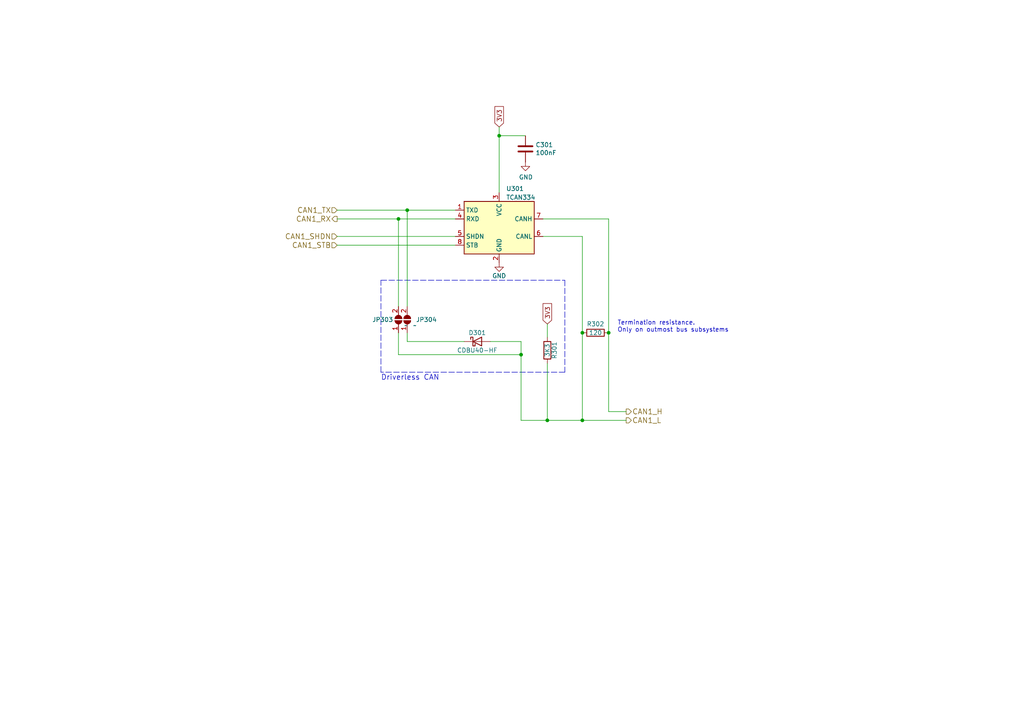
<source format=kicad_sch>
(kicad_sch (version 20211123) (generator eeschema)
  (paper "A4")
  (title_block (title "SIDLOC - MCU - CAN") (date "2022-03-11") (company "Libre Space Foundation"))
  (lib_symbols
    (symbol "Device:C" (pin_numbers hide) (pin_names (offset 0.254))
      (property "Reference" "C" (at 0.635 2.54 0))
      (property "Value" "C" (at 0.635 -2.54 0))
      (symbol "C_0_1"
        (polyline (pts (xy -2.032 -0.762) (xy 2.032 -0.762)) (stroke (width 0.508)))
        (polyline (pts (xy -2.032 0.762) (xy 2.032 0.762)) (stroke (width 0.508)))
      )
      (symbol "C_1_1"
        (pin passive line (at 0 3.81 270) (length 2.794) (name "~") (number "1"))
        (pin passive line (at 0 -3.81 90) (length 2.794) (name "~") (number "2"))
      )
    )
    (symbol "Device:R" (pin_numbers hide) (pin_names (offset 0))
      (property "Reference" "R" (at 2.032 0 90))
      (property "Value" "R" (at 0 0 90))
      (symbol "R_0_1"
        (rectangle (start -1.016 -2.54) (end 1.016 2.54) (stroke (width 0.254)))
      )
      (symbol "R_1_1"
        (pin passive line (at 0 3.81 270) (length 1.27) (name "~") (number "1"))
        (pin passive line (at 0 -3.81 90) (length 1.27) (name "~") (number "2"))
      )
    )
    (symbol "Interface_CAN_LIN:TCAN334"
      (property "Reference" "U" (at -10.16 8.89 0))
      (property "Value" "TCAN334" (at 2.54 8.89 0))
      (symbol "TCAN334_0_1"
        (rectangle (start -10.16 7.62) (end 10.16 -7.62) (stroke (width 0.254)) (fill (type background)))
      )
      (symbol "TCAN334_1_1"
        (pin input line (at -12.7 5.08 0) (length 2.54) (name "TXD") (number "1"))
        (pin power_in line (at 0 -10.16 90) (length 2.54) (name "GND") (number "2"))
        (pin power_in line (at 0 10.16 270) (length 2.54) (name "VCC") (number "3"))
        (pin tri_state line (at -12.7 2.54 0) (length 2.54) (name "RXD") (number "4"))
        (pin input line (at -12.7 -2.54 0) (length 2.54) (name "SHDN") (number "5"))
        (pin bidirectional line (at 12.7 -2.54 180) (length 2.54) (name "CANL") (number "6"))
        (pin bidirectional line (at 12.7 2.54 180) (length 2.54) (name "CANH") (number "7"))
        (pin input line (at -12.7 -5.08 0) (length 2.54) (name "STB") (number "8"))
      )
    )
    (symbol "Jumper:SolderJumper_2_Open" (pin_names (offset 0) hide)
      (property "Reference" "JP" (at 0 2.032 0))
      (property "Value" "SolderJumper_2_Open" (at 0 -2.54 0))
      (symbol "SolderJumper_2_Open_0_1"
        (arc (start -0.254 1.016) (mid -1.27 0) (end -0.254 -1.016))
        (arc (start -0.254 1.016) (mid -1.27 0) (end -0.254 -1.016) (fill (type outline)))
        (polyline (pts (xy -0.254 1.016) (xy -0.254 -1.016)))
        (polyline (pts (xy 0.254 1.016) (xy 0.254 -1.016)))
        (arc (start 0.254 -1.016) (mid 1.27 0) (end 0.254 1.016))
        (arc (start 0.254 -1.016) (mid 1.27 0) (end 0.254 1.016) (fill (type outline)))
      )
      (symbol "SolderJumper_2_Open_1_1"
        (pin passive line (at -3.81 0 0) (length 2.54) (name "A") (number "1"))
        (pin passive line (at 3.81 0 180) (length 2.54) (name "B") (number "2"))
      )
    )
    (symbol "lsf-kicad:CDBU40-HF" (pin_numbers hide) (pin_names hide)
      (property "Reference" "D" (at 0.3175 6.35 0))
      (property "Value" "CDBU40-HF" (at 0.3175 3.81 0))
      (symbol "CDBU40-HF_0_1"
        (polyline (pts (xy 1.27 0) (xy -1.27 0)))
        (polyline (pts (xy 1.27 1.27) (xy 1.27 -1.27) (xy -1.27 0) (xy 1.27 1.27)) (stroke (width 0.254)))
        (polyline (pts (xy -1.905 0.635) (xy -1.905 1.27) (xy -1.27 1.27) (xy -1.27 -1.27) (xy -0.635 -1.27) (xy -0.635 -0.635)) (stroke (width 0.254)))
      )
      (symbol "CDBU40-HF_1_1"
        (pin passive line (at -3.81 0 0) (length 2.54) (name "K") (number "1"))
        (pin passive line (at 3.81 0 180) (length 2.54) (name "A") (number "2"))
      )
    )
    (symbol "power:GND" (power) (pin_names (offset 0))
      (property "Value" "GND" (at 0 -3.81 0))
      (symbol "GND_0_1"
        (polyline (pts (xy 0 0) (xy 0 -1.27) (xy 1.27 -1.27) (xy 0 -2.54) (xy -1.27 -1.27) (xy 0 -1.27)))
      )
      (symbol "GND_1_1"
        (pin power_in line (at 0 0 270) (length 0) hide (name "GND") (number "1"))
      )
    )
  )
  (junction (at 168.91 121.92))
  (junction (at 118.11 60.96))
  (junction (at 115.57 63.5))
  (junction (at 144.78 39.37))
  (junction (at 168.91 96.52))
  (junction (at 158.75 121.92))
  (junction (at 151.13 102.87))
  (junction (at 176.53 96.52))
  (wire (pts (xy 168.91 68.58) (xy 168.91 96.52)))
  (polyline (pts (xy 163.83 81.28) (xy 163.83 107.95)))
  (wire (pts (xy 97.79 63.5) (xy 115.57 63.5)))
  (wire (pts (xy 176.53 63.5) (xy 176.53 96.52)))
  (wire (pts (xy 158.75 93.98) (xy 158.75 97.79)))
  (wire (pts (xy 151.13 121.92) (xy 158.75 121.92)))
  (wire (pts (xy 151.13 102.87) (xy 151.13 121.92)))
  (wire (pts (xy 115.57 102.87) (xy 151.13 102.87)))
  (wire (pts (xy 118.11 60.96) (xy 132.08 60.96)))
  (polyline (pts (xy 110.49 107.95) (xy 110.49 81.28)))
  (wire (pts (xy 158.75 105.41) (xy 158.75 121.92)))
  (polyline (pts (xy 110.49 81.28) (xy 163.83 81.28)))
  (wire (pts (xy 142.24 99.06) (xy 151.13 99.06)))
  (wire (pts (xy 97.79 71.12) (xy 132.08 71.12)))
  (wire (pts (xy 118.11 96.52) (xy 118.11 99.06)))
  (wire (pts (xy 144.78 36.83) (xy 144.78 39.37)))
  (wire (pts (xy 157.48 68.58) (xy 168.91 68.58)))
  (wire (pts (xy 176.53 119.38) (xy 181.61 119.38)))
  (wire (pts (xy 115.57 63.5) (xy 115.57 88.9)))
  (wire (pts (xy 97.79 60.96) (xy 118.11 60.96)))
  (wire (pts (xy 168.91 96.52) (xy 168.91 121.92)))
  (wire (pts (xy 176.53 96.52) (xy 176.53 119.38)))
  (wire (pts (xy 115.57 63.5) (xy 132.08 63.5)))
  (wire (pts (xy 152.4 39.37) (xy 144.78 39.37)))
  (wire (pts (xy 115.57 96.52) (xy 115.57 102.87)))
  (wire (pts (xy 157.48 63.5) (xy 176.53 63.5)))
  (wire (pts (xy 97.79 68.58) (xy 132.08 68.58)))
  (wire (pts (xy 151.13 99.06) (xy 151.13 102.87)))
  (wire (pts (xy 168.91 121.92) (xy 181.61 121.92)))
  (wire (pts (xy 144.78 39.37) (xy 144.78 55.88)))
  (wire (pts (xy 134.62 99.06) (xy 118.11 99.06)))
  (wire (pts (xy 158.75 121.92) (xy 168.91 121.92)))
  (wire (pts (xy 118.11 88.9) (xy 118.11 60.96)))
  (polyline (pts (xy 163.83 107.95) (xy 110.49 107.95)))
  (text "Termination resistance.\nOnly on outmost bus subsystems" (at 179.07 96.52 0) (effects (font (size 1.27 1.27)) (justify left bottom)))
  (text "Driverless CAN" (at 110.49 110.49 0) (effects (font (size 1.524 1.524)) (justify left bottom)))
  (global_label "3V3" (shape input) (at 144.78 36.83 90) (property "Intersheet References" "${INTERSHEET_REFS}" (effects hide)))
  (global_label "3V3" (shape input) (at 158.75 93.98 90) (property "Intersheet References" "${INTERSHEET_REFS}" (effects hide)))
  (hierarchical_label "CAN1_L" (shape output) (at 181.61 121.92 0) (effects (font (size 1.524 1.524))))
  (hierarchical_label "CAN1_H" (shape output) (at 181.61 119.38 0) (effects (font (size 1.524 1.524))))
  (hierarchical_label "CAN1_SHDN" (shape input) (at 97.79 68.58 180) (effects (font (size 1.524 1.524))))
  (hierarchical_label "CAN1_RX" (shape output) (at 97.79 63.5 180) (effects (font (size 1.524 1.524))))
  (hierarchical_label "CAN1_TX" (shape input) (at 97.79 60.96 180) (effects (font (size 1.524 1.524))))
  (hierarchical_label "CAN1_STB" (shape input) (at 97.79 71.12 180) (effects (font (size 1.524 1.524))))
  (symbol (lib_id "Interface_CAN_LIN:TCAN334") (at 144.78 66.04 0) (unit 1)
    (property "Reference" "U301" (at 146.7994 54.7202 0) (effects (justify left)))
    (property "Value" "TCAN334" (at 146.7994 57.2571 0) (effects (justify left)))
    (property "Footprint" "Package_TO_SOT_SMD:TSOT-23-8" (effects hide))
    (property "Datasheet" "http://www.ti.com/lit/ds/symlink/tcan337.pdf" (effects hide))
    (property "Part Number" "TCAN334" (effects hide))
  )
  (symbol (lib_id "power:GND") (at 152.4 46.99 0) (unit 1)
    (property "Reference" "#PWR0302" (effects hide))
    (property "Value" "GND" (at 152.527 51.3842 0))
  )
  (symbol (lib_id "Device:R") (at 172.72 96.52 270) (unit 1)
    (property "Reference" "R302" (at 172.72 93.98 90))
    (property "Value" "120" (at 172.72 96.52 90))
    (property "Footprint" "Resistor_SMD:R_0402_1005Metric" (effects hide))
    (property "Part Number" "CRCW0402120RFKEDC" (effects hide))
    (property "Comment" "Place only on terminal devices" (effects hide))
    (property "Variant" "Full CAN" (effects hide))
  )
  (symbol (lib_id "Device:C") (at 152.4 43.18 0) (unit 1)
    (property "Reference" "C301" (at 155.321 42.0116 0) (effects (justify left)))
    (property "Value" "100nF" (at 155.321 44.323 0) (effects (justify left)))
    (property "Footprint" "Capacitor_SMD:C_0402_1005Metric" (effects hide))
    (property "Part Number" "CC0402KRX7R7BB104" (effects hide))
    (property "Variant" "Full CAN" (effects hide))
  )
  (symbol (lib_id "Jumper:SolderJumper_2_Open") (at 115.57 92.71 90) (unit 1) (in_bom no)
    (property "Reference" "JP303" (at 107.95 92.71 90) (effects (justify right)))
    (property "Value" "~" (at 117.221 94.4122 90) (effects (justify right)))
    (property "Footprint" "Jumper:SolderJumper-2_P1.3mm_Open_RoundedPad1.0x1.5mm" (effects hide))
  )
  (symbol (lib_id "Jumper:SolderJumper_2_Open") (at 118.11 92.71 90) (unit 1) (in_bom no)
    (property "Reference" "JP304" (at 120.65 92.71 90) (effects (justify right)))
    (property "Value" "~" (at 119.761 94.4122 90) (effects (justify right)))
    (property "Footprint" "Jumper:SolderJumper-2_P1.3mm_Open_RoundedPad1.0x1.5mm" (effects hide))
  )
  (symbol (lib_id "Device:R") (at 158.75 101.6 0) (unit 1)
    (property "Reference" "R301" (at 160.782 101.6 90))
    (property "Value" "3K3" (at 158.75 101.6 90))
    (property "Footprint" "Resistor_SMD:R_0402_1005Metric" (effects hide))
    (property "Part Number" "RT0402FRE073K3L" (effects hide))
    (property "Variant" "SingleCAN" (effects hide))
  )
  (symbol (lib_id "lsf-kicad:CDBU40-HF") (at 138.43 99.06 0) (unit 1)
    (property "Reference" "D301" (at 138.43 96.52 0))
    (property "Value" "CDBU40-HF" (at 138.43 101.6 0))
    (property "Footprint" "Diode_SMD:D_0603_1608Metric" (effects hide))
    (property "Datasheet" "https://www.comchiptech.com/admin/files/product/QW-G1012-CDBU40-HF-RevA321692.pdf" (effects hide))
    (property "Part Number" "CDBU40-HF" (effects hide))
    (property "Variant" "SingleCAN" (effects hide))
  )
  (symbol (lib_id "power:GND") (at 144.78 76.2 0) (unit 1)
    (property "Reference" "#PWR0301" (effects hide))
    (property "Value" "GND" (at 144.78 80.01 0))
  )
)
</source>
